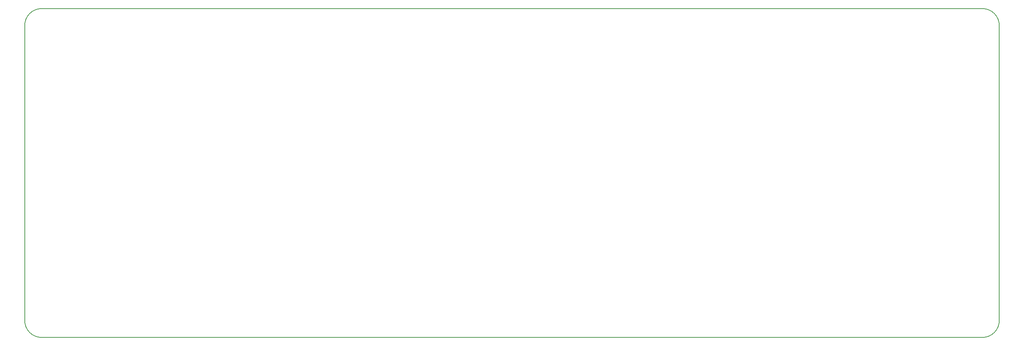
<source format=gm1>
G04 #@! TF.GenerationSoftware,KiCad,Pcbnew,(5.0.2-5-10.14)*
G04 #@! TF.CreationDate,2019-03-11T11:17:44+02:00*
G04 #@! TF.ProjectId,1_proto,315f7072-6f74-46f2-9e6b-696361645f70,rev?*
G04 #@! TF.SameCoordinates,Original*
G04 #@! TF.FileFunction,Profile,NP*
%FSLAX46Y46*%
G04 Gerber Fmt 4.6, Leading zero omitted, Abs format (unit mm)*
G04 Created by KiCad (PCBNEW (5.0.2-5-10.14)) date Monday, March 11, 2019 at 11:17:44 AM*
%MOMM*%
%LPD*%
G01*
G04 APERTURE LIST*
%ADD10C,0.150000*%
G04 APERTURE END LIST*
D10*
X36750000Y-71250000D02*
X258250000Y-71250000D01*
X32750000Y-75250000D02*
X32750000Y-144750000D01*
X32750000Y-75250000D02*
G75*
G02X36750000Y-71250000I4000000J0D01*
G01*
X36750000Y-148750000D02*
G75*
G02X32750000Y-144750000I0J4000000D01*
G01*
X258250000Y-148750000D02*
X36750000Y-148750000D01*
X262250000Y-142500000D02*
X262250000Y-144750000D01*
X262250000Y-144750000D02*
G75*
G02X258250000Y-148750000I-4000000J0D01*
G01*
X262250000Y-75250000D02*
X262250000Y-142500000D01*
X258250000Y-71250000D02*
G75*
G02X262250000Y-75250000I0J-4000000D01*
G01*
M02*

</source>
